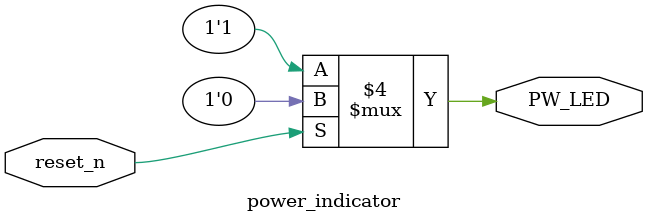
<source format=v>
module power_indicator
(
  input reset_n,
  output reg PW_LED
);
always @ (*)begin
  if(!reset_n)
    PW_LED = 1'b1;
  else
    PW_LED = 1'b0;
end
endmodule

</source>
